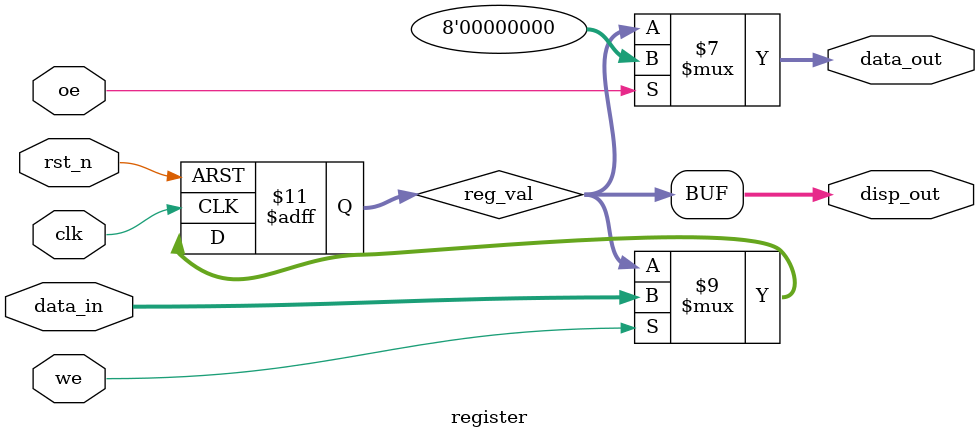
<source format=v>
`timescale 1ns/1ps

module register
#(
  parameter Width=8 
)(
    input  wire clk,
    input wire rst_n,
    input wire we,
    input wire oe,    
    input wire [Width-1:0]  data_in,
    output reg [Width-1:0] data_out,
    output [Width-1:0] disp_out
);
reg [Width-1:0] reg_val;

always @(posedge clk or negedge rst_n)
begin
    if(!rst_n)
    begin
        reg_val<={Width{1'b0}};
    end
    else if(we==1'b1) 
    begin 
        reg_val<=data_in;
    end
end

always@(*)
begin
    if (oe==1'b0)
    begin
        data_out=reg_val;
    end 
    else
    begin 
         data_out={Width{1'b0}};
    end
end

assign disp_out=reg_val;

endmodule
</source>
